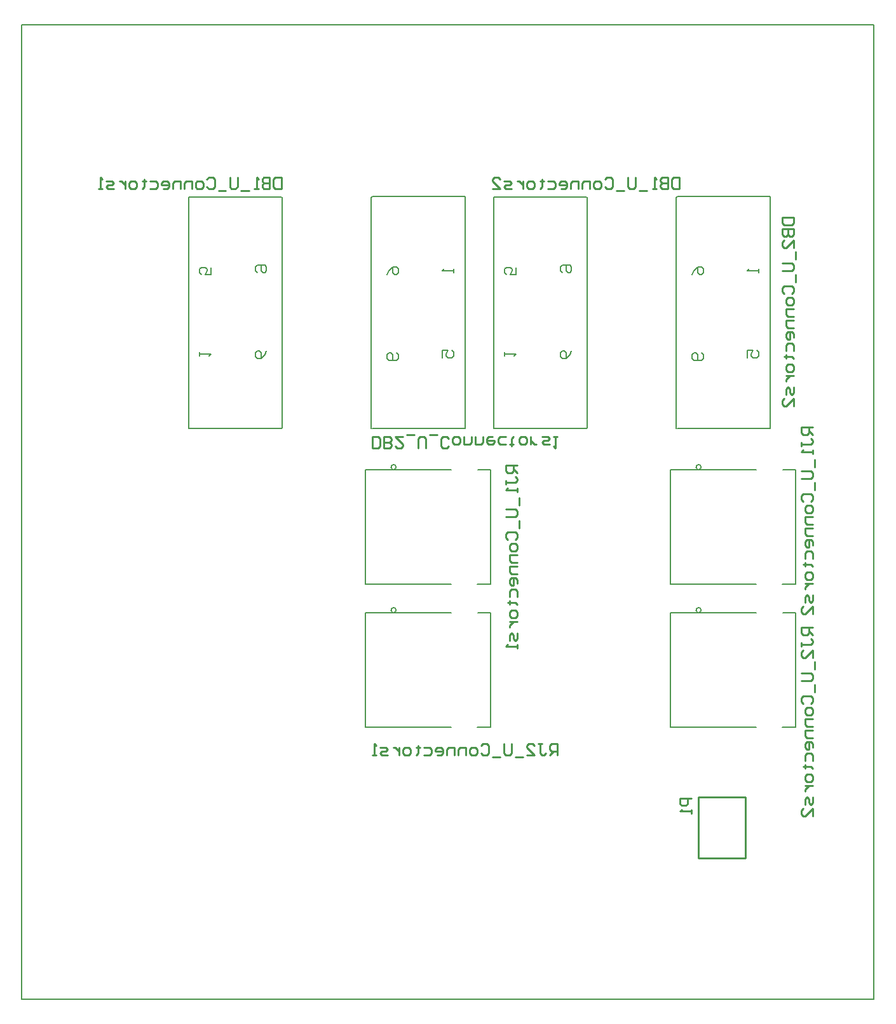
<source format=gbo>
%FSTAX23Y23*%
%MOMM*%
%SFA1B1*%

%IPPOS*%
%ADD14C,0.130000*%
%ADD24C,0.250000*%
%ADD34C,0.150000*%
%ADD35C,0.200000*%
%ADD36C,0.150000*%
%LNbackplane-1*%
%LPD*%
G54D14*
X40639Y205999D02*
Y76199D01*
Y205999D02*
X154179D01*
Y76199*
X40639D02*
X154179D01*
G54D24*
X137059Y95019D02*
Y103099D01*
X130759Y95019D02*
Y103099D01*
Y95019D02*
X137059D01*
X130759Y103099D02*
X137059D01*
X146049Y125729D02*
X144529D01*
Y124969*
X144779Y124709*
X145289*
X145539Y124969*
Y125729*
Y125219D02*
X146049Y124709D01*
X144529Y123189D02*
Y123699D01*
Y123439*
X145799*
X146049Y123699*
Y123949*
X145799Y124209*
X146049Y121669D02*
Y122679D01*
X145029Y121669*
X144779*
X144529Y121919*
Y122429*
X144779Y122679*
X146299Y121159D02*
Y120139D01*
X144529Y119639D02*
X145799D01*
X146049Y119379*
Y118869*
X145799Y118619*
X144529*
X146299Y118109D02*
Y117099D01*
X144779Y115569D02*
X144529Y115829D01*
Y116339*
X144779Y116589*
X145799*
X146049Y116339*
Y115829*
X145799Y115569*
X146049Y114809D02*
Y114299D01*
X145799Y114049*
X145289*
X145029Y114299*
Y114809*
X145289Y115069*
X145799*
X146049Y114809*
Y113539D02*
X145029D01*
Y112779*
X145289Y112529*
X146049*
Y112019D02*
X145029D01*
Y111259*
X145289Y110999*
X146049*
Y109729D02*
Y110239D01*
X145799Y110489*
X145289*
X145029Y110239*
Y109729*
X145289Y109479*
X145539*
Y110489*
X145029Y107959D02*
Y108719D01*
X145289Y108969*
X145799*
X146049Y108719*
Y107959*
X144779Y107189D02*
X145029D01*
Y107449*
Y106939*
Y107189*
X145799*
X146049Y106939*
Y105919D02*
Y105419D01*
X145799Y105159*
X145289*
X145029Y105419*
Y105919*
X145289Y106179*
X145799*
X146049Y105919*
X145029Y104649D02*
X146049D01*
X145539*
X145289Y104399*
X145029Y104149*
Y103889*
X146049Y103129D02*
Y102369D01*
X145799Y102119*
X145539Y102369*
Y102879*
X145289Y103129*
X145029Y102879*
Y102119*
X146049Y100589D02*
Y101609D01*
X145029Y100589*
X144779*
X144529Y100849*
Y101349*
X144779Y101609*
X146049Y152399D02*
X144529D01*
Y151639*
X144779Y151379*
X145289*
X145539Y151639*
Y152399*
Y151889D02*
X146049Y151379D01*
X144529Y149859D02*
Y150369D01*
Y150109*
X145799*
X146049Y150369*
Y150619*
X145799Y150879*
X146049Y149349D02*
Y148849D01*
Y149099*
X144529*
X144779Y149349*
X146299Y148079D02*
Y147069D01*
X144529Y146559D02*
X145799D01*
X146049Y146309*
Y145799*
X145799Y145539*
X144529*
X146299Y145039D02*
Y144019D01*
X144779Y142499D02*
X144529Y142749D01*
Y143259*
X144779Y143509*
X145799*
X146049Y143259*
Y142749*
X145799Y142499*
X146049Y141739D02*
Y141229D01*
X145799Y140969*
X145289*
X145029Y141229*
Y141739*
X145289Y141989*
X145799*
X146049Y141739*
Y140469D02*
X145029D01*
Y139699*
X145289Y139449*
X146049*
Y138939D02*
X145029D01*
Y138179*
X145289Y137929*
X146049*
Y136659D02*
Y137159D01*
X145799Y137419*
X145289*
X145029Y137159*
Y136659*
X145289Y136399*
X145539*
Y137419*
X145029Y134879D02*
Y135639D01*
X145289Y135899*
X145799*
X146049Y135639*
Y134879*
X144779Y134119D02*
X145029D01*
Y134369*
Y133859*
Y134119*
X145799*
X146049Y133859*
Y132849D02*
Y132339D01*
X145799Y132089*
X145289*
X145029Y132339*
Y132849*
X145289Y133099*
X145799*
X146049Y132849*
X145029Y131579D02*
X146049D01*
X145539*
X145289Y131319*
X145029Y131069*
Y130819*
X146049Y130059D02*
Y129289D01*
X145799Y129039*
X145539Y129289*
Y129799*
X145289Y130059*
X145029Y129799*
Y129039*
X146049Y127519D02*
Y128529D01*
X145029Y127519*
X144779*
X144529Y127769*
Y128279*
X144779Y128529*
X141989Y180339D02*
X143509D01*
Y179579*
X143259Y179319*
X142239*
X141989Y179579*
Y180339*
Y178819D02*
X143509D01*
Y178049*
X143259Y177799*
X142999*
X142749Y178049*
Y178819*
Y178049*
X142489Y177799*
X142239*
X141989Y178049*
Y178819*
X143509Y176279D02*
Y177289D01*
X142489Y176279*
X142239*
X141989Y176529*
Y177039*
X142239Y177289*
X143759Y175769D02*
Y174749D01*
X141989Y174249D02*
X143259D01*
X143509Y173989*
Y173479*
X143259Y173229*
X141989*
X143759Y172719D02*
Y171709D01*
X142239Y170179D02*
X141989Y170439D01*
Y170949*
X142239Y171199*
X143259*
X143509Y170949*
Y170439*
X143259Y170179*
X143509Y169419D02*
Y168909D01*
X143259Y168659*
X142749*
X142489Y168909*
Y169419*
X142749Y169679*
X143259*
X143509Y169419*
Y168149D02*
X142489D01*
Y167389*
X142749Y167139*
X143509*
Y166629D02*
X142489D01*
Y165869*
X142749Y165609*
X143509*
Y164339D02*
Y164849D01*
X143259Y165099*
X142749*
X142489Y164849*
Y164339*
X142749Y164089*
X142999*
Y165099*
X142489Y162569D02*
Y163329D01*
X142749Y163579*
X143259*
X143509Y163329*
Y162569*
X142239Y161799D02*
X142489D01*
Y162059*
Y161549*
Y161799*
X143259*
X143509Y161549*
Y160529D02*
Y160029D01*
X143259Y159769*
X142749*
X142489Y160029*
Y160529*
X142749Y160789*
X143259*
X143509Y160529*
X142489Y159259D02*
X143509D01*
X142999*
X142749Y159009*
X142489Y158759*
Y158499*
X143509Y157739D02*
Y156979D01*
X143259Y156729*
X142999Y156979*
Y157489*
X142749Y157739*
X142489Y157489*
Y156729*
X143509Y155199D02*
Y156219D01*
X142489Y155199*
X142239*
X141989Y155459*
Y155959*
X142239Y156219*
X128269Y185669D02*
Y184149D01*
X127509*
X127249Y184399*
Y185419*
X127509Y185669*
X128269*
X126749D02*
Y184149D01*
X125979*
X125729Y184399*
Y184659*
X125979Y184909*
X126749*
X125979*
X125729Y185169*
Y185419*
X125979Y185669*
X126749*
X125219Y184149D02*
X124719D01*
X124969*
Y185669*
X125219Y185419*
X123949Y183899D02*
X122939D01*
X122429Y185669D02*
Y184399D01*
X122179Y184149*
X121669*
X121409Y184399*
Y185669*
X120909Y183899D02*
X119889D01*
X118369Y185419D02*
X118619Y185669D01*
X119129*
X119379Y185419*
Y184399*
X119129Y184149*
X118619*
X118369Y184399*
X117609Y184149D02*
X117099D01*
X116839Y184399*
Y184909*
X117099Y185169*
X117609*
X117859Y184909*
Y184399*
X117609Y184149*
X116339D02*
Y185169D01*
X115569*
X115319Y184909*
Y184149*
X114809D02*
Y185169D01*
X114049*
X113799Y184909*
Y184149*
X112529D02*
X113029D01*
X113289Y184399*
Y184909*
X113029Y185169*
X112529*
X112269Y184909*
Y184659*
X113289*
X110749Y185169D02*
X111509D01*
X111769Y184909*
Y184399*
X111509Y184149*
X110749*
X109989Y185419D02*
Y185169D01*
X110239*
X109729*
X109989*
Y184399*
X109729Y184149*
X108719D02*
X108209D01*
X107959Y184399*
Y184909*
X108209Y185169*
X108719*
X108969Y184909*
Y184399*
X108719Y184149*
X107449Y185169D02*
Y184149D01*
Y184659*
X107189Y184909*
X106939Y185169*
X106689*
X105929Y184149D02*
X105159D01*
X104909Y184399*
X105159Y184659*
X105669*
X105929Y184909*
X105669Y185169*
X104909*
X103389Y184149D02*
X104399D01*
X103389Y185169*
Y185419*
X103639Y185669*
X104149*
X104399Y185419*
X75199Y185689D02*
Y184159D01*
X74429*
X74179Y184419*
Y185429*
X74429Y185689*
X75199*
X73669D02*
Y184159D01*
X72909*
X72659Y184419*
Y184669*
X72909Y184919*
X73669*
X72909*
X72659Y185179*
Y185429*
X72909Y185689*
X73669*
X72149Y184159D02*
X71639D01*
X71899*
Y185689*
X72149Y185429*
X70879Y183909D02*
X69859D01*
X69359Y185689D02*
Y184419D01*
X69099Y184159*
X68589*
X68339Y184419*
Y185689*
X67829Y183909D02*
X66819D01*
X65289Y185429D02*
X65549Y185689D01*
X66059*
X66309Y185429*
Y184419*
X66059Y184159*
X65549*
X65289Y184419*
X64529Y184159D02*
X64019D01*
X63769Y184419*
Y184919*
X64019Y185179*
X64529*
X64789Y184919*
Y184419*
X64529Y184159*
X63259D02*
Y185179D01*
X62499*
X62249Y184919*
Y184159*
X61739D02*
Y185179D01*
X60979*
X60719Y184919*
Y184159*
X59449D02*
X59959D01*
X60219Y184419*
Y184919*
X59959Y185179*
X59449*
X59199Y184919*
Y184669*
X60219*
X57679Y185179D02*
X58439D01*
X58689Y184919*
Y184419*
X58439Y184159*
X57679*
X56909Y185429D02*
Y185179D01*
X57169*
X56659*
X56909*
Y184419*
X56659Y184159*
X55649D02*
X55139D01*
X54879Y184419*
Y184919*
X55139Y185179*
X55649*
X55899Y184919*
Y184419*
X55649Y184159*
X54379Y185179D02*
Y184159D01*
Y184669*
X54119Y184919*
X53869Y185179*
X53609*
X52849Y184159D02*
X52089D01*
X51839Y184419*
X52089Y184669*
X52599*
X52849Y184919*
X52599Y185179*
X51839*
X51329Y184159D02*
X50819D01*
X51069*
Y185689*
X51329Y185429*
X87359Y149589D02*
Y151119D01*
X88129*
X88379Y150859*
Y149849*
X88129Y149589*
X87359*
X88889D02*
Y151119D01*
X89649*
X89899Y150859*
Y150609*
X89649Y150359*
X88889*
X89649*
X89899Y150099*
Y149849*
X89649Y149589*
X88889*
X91429Y151119D02*
X90409D01*
X91429Y150099*
Y149849*
X91169Y149589*
X90659*
X90409Y149849*
X91929Y151369D02*
X92949D01*
X93459Y149589D02*
Y150859D01*
X93709Y151119*
X94219*
X94469Y150859*
Y149589*
X94979Y151369D02*
X95999D01*
X97519Y149849D02*
X97269Y149589D01*
X96759*
X96499Y149849*
Y150859*
X96759Y151119*
X97269*
X97519Y150859*
X98279Y151119D02*
X98789D01*
X99039Y150859*
Y150359*
X98789Y150099*
X98279*
X98029Y150359*
Y150859*
X98279Y151119*
X99549D02*
Y150099D01*
X100309*
X100569Y150359*
Y151119*
X101069D02*
Y150099D01*
X101839*
X102089Y150359*
Y151119*
X103359D02*
X102849D01*
X102599Y150859*
Y150359*
X102849Y150099*
X103359*
X103609Y150359*
Y150609*
X102599*
X105139Y150099D02*
X104379D01*
X104119Y150359*
Y150859*
X104379Y151119*
X105139*
X105899Y149849D02*
Y150099D01*
X105649*
X106149*
X105899*
Y150859*
X106149Y151119*
X107169D02*
X107679D01*
X107929Y150859*
Y150359*
X107679Y150099*
X107169*
X106909Y150359*
Y150859*
X107169Y151119*
X108439Y150099D02*
Y151119D01*
Y150609*
X108689Y150359*
X108949Y150099*
X109199*
X109959Y151119D02*
X110719D01*
X110979Y150859*
X110719Y150609*
X110219*
X109959Y150359*
X110219Y150099*
X110979*
X111489Y151119D02*
X111989D01*
X111739*
Y149589*
X111489Y149849*
X106679Y147319D02*
X105159D01*
Y146559*
X105409Y146299*
X105919*
X106169Y146559*
Y147319*
Y146809D02*
X106679Y146299D01*
X105159Y144779D02*
Y145289D01*
Y145029*
X106429*
X106679Y145289*
Y145539*
X106429Y145799*
X106679Y144269D02*
Y143769D01*
Y144019*
X105159*
X105409Y144269*
X106929Y142999D02*
Y141989D01*
X105159Y141479D02*
X106429D01*
X106679Y141229*
Y140719*
X106429Y140459*
X105159*
X106929Y139959D02*
Y138939D01*
X105409Y137419D02*
X105159Y137669D01*
Y138179*
X105409Y138429*
X106429*
X106679Y138179*
Y137669*
X106429Y137419*
X106679Y136659D02*
Y136149D01*
X106429Y135889*
X105919*
X105659Y136149*
Y136659*
X105919Y136909*
X106429*
X106679Y136659*
Y135389D02*
X105659D01*
Y134619*
X105919Y134369*
X106679*
Y133859D02*
X105659D01*
Y133099*
X105919Y132849*
X106679*
Y131579D02*
Y132079D01*
X106429Y132339*
X105919*
X105659Y132079*
Y131579*
X105919Y131319*
X106169*
Y132339*
X105659Y129799D02*
Y130559D01*
X105919Y130819*
X106429*
X106679Y130559*
Y129799*
X105409Y129039D02*
X105659D01*
Y129289*
Y128779*
Y129039*
X106429*
X106679Y128779*
Y127769D02*
Y127259D01*
X106429Y127009*
X105919*
X105659Y127259*
Y127769*
X105919Y128019*
X106429*
X106679Y127769*
X105659Y126499D02*
X106679D01*
X106169*
X105919Y126239*
X105659Y125989*
Y125739*
X106679Y124979D02*
Y124209D01*
X106429Y123959*
X106169Y124209*
Y124719*
X105919Y124979*
X105659Y124719*
Y123959*
X106679Y123449D02*
Y122939D01*
Y123199*
X105159*
X105409Y123449*
X112009Y108709D02*
Y110239D01*
X111249*
X110999Y109979*
Y109469*
X111249Y109219*
X112009*
X111509D02*
X110999Y108709D01*
X109469Y110239D02*
X109979D01*
X109729*
Y108969*
X109979Y108709*
X110239*
X110489Y108969*
X107949Y108709D02*
X108969D01*
X107949Y109729*
Y109979*
X108209Y110239*
X108709*
X108969Y109979*
X107439Y108459D02*
X106429D01*
X105919Y110239D02*
Y108969D01*
X105669Y108709*
X105159*
X104899Y108969*
Y110239*
X104399Y108459D02*
X103379D01*
X101859Y109979D02*
X102109Y110239D01*
X102619*
X102869Y109979*
Y108969*
X102619Y108709*
X102109*
X101859Y108969*
X101099Y108709D02*
X100589D01*
X100329Y108969*
Y109469*
X100589Y109729*
X101099*
X101349Y109469*
Y108969*
X101099Y108709*
X99829D02*
Y109729D01*
X99059*
X98809Y109469*
Y108709*
X98299D02*
Y109729D01*
X97539*
X97289Y109469*
Y108709*
X96019D02*
X96529D01*
X96779Y108969*
Y109469*
X96529Y109729*
X96019*
X95759Y109469*
Y109219*
X96779*
X94239Y109729D02*
X94999D01*
X95259Y109469*
Y108969*
X94999Y108709*
X94239*
X93479Y109979D02*
Y109729D01*
X93729*
X93219*
X93479*
Y108969*
X93219Y108709*
X92209D02*
X91699D01*
X91449Y108969*
Y109469*
X91699Y109729*
X92209*
X92459Y109469*
Y108969*
X92209Y108709*
X90939Y109729D02*
Y108709D01*
Y109219*
X90679Y109469*
X90429Y109729*
X90179*
X89419Y108709D02*
X88649D01*
X88399Y108969*
X88649Y109219*
X89159*
X89419Y109469*
X89159Y109729*
X88399*
X87889Y108709D02*
X87379D01*
X87639*
Y110239*
X87889Y109979*
X129859Y102979D02*
X128329D01*
Y102219*
X128589Y101969*
X129099*
X129349Y102219*
Y102979*
X129859Y101459D02*
Y100949D01*
Y101209*
X128329*
X128589Y101459*
G54D34*
X131139Y128009D02*
D01*
D01*
G75*
G03X130479I-00330J0D01*
G74*G01*
D01*
G75*
G03X131139I00329J0D01*
G74*G01*
Y147059D02*
D01*
D01*
G75*
G03X130479I-00330J0D01*
G74*G01*
D01*
G75*
G03X131139I00329J0D01*
G74*G01*
X90499Y128009D02*
D01*
D01*
G75*
G03X89839I-00329J0D01*
G74*G01*
D01*
G75*
G03X90499I00329J0D01*
G74*G01*
Y147059D02*
D01*
D01*
G75*
G03X89839I-00329J0D01*
G74*G01*
D01*
G75*
G03X90499I00329J0D01*
G74*G01*
X127049Y127639D02*
X138459D01*
X127049Y127459D02*
Y127639D01*
X142059D02*
X143759D01*
Y112389D02*
Y127639D01*
X141959Y112389D02*
X143759D01*
X127049D02*
X138459D01*
X127049D02*
Y127459D01*
Y127509*
Y146679D02*
X138459D01*
X127049Y146509D02*
Y146679D01*
X142059D02*
X143759D01*
Y131449D02*
Y146679D01*
X141959Y131449D02*
X143759D01*
X127049D02*
X138459D01*
X127049D02*
Y146509D01*
Y146559*
X86409Y127639D02*
X97819D01*
X86409Y127459D02*
Y127639D01*
X101419D02*
X103119D01*
Y112389D02*
Y127639D01*
X101319Y112389D02*
X103119D01*
X86409D02*
X97819D01*
X86409D02*
Y127459D01*
Y127509*
Y146679D02*
X97819D01*
X86409Y146509D02*
Y146679D01*
X101419D02*
X103119D01*
Y131449D02*
Y146679D01*
X101319Y131449D02*
X103119D01*
X86409D02*
X97819D01*
X86409D02*
Y146509D01*
Y146559*
G54D35*
X140359Y152279D02*
Y183079D01*
X127969D02*
X140359D01*
X127839Y182959D02*
X127969Y183079D01*
X127839Y152239D02*
Y182959D01*
X127969Y152219D02*
X140359D01*
X103479Y152199D02*
Y182999D01*
Y152199D02*
X115869D01*
X115999Y152319*
Y183039*
X103479Y183059D02*
X115869D01*
X99719Y152279D02*
Y183079D01*
X87329D02*
X99719D01*
X87199Y182959D02*
X87329Y183079D01*
X87199Y152239D02*
Y182959D01*
X87329Y152219D02*
X99719D01*
X62839Y152199D02*
Y182999D01*
Y152199D02*
X75229D01*
X75359Y152319*
Y183039*
X62839Y183059D02*
X75229D01*
G54D36*
X129949Y172739D02*
X130199Y173239D01*
X130699Y173739*
X131199*
X131449Y173489*
Y172989*
X131199Y172739*
X130949*
X130699Y172989*
Y173739*
X131199Y162309D02*
X131449Y162059D01*
Y161559*
X131199Y161309*
X130199*
X129949Y161559*
Y162059*
X130199Y162309*
X130449*
X130699Y162059*
Y161309*
X137339Y161599D02*
Y162599D01*
X138089*
X137839Y162099*
Y161849*
X138089Y161599*
X138589*
X138839Y161849*
Y162349*
X138589Y162599*
X138839Y173429D02*
Y172929D01*
Y173179*
X137339*
X137589Y173429*
X113889Y162539D02*
X113639Y162039D01*
X113139Y161539*
X112639*
X112389Y161789*
Y162289*
X112639Y162539*
X112889*
X113139Y162289*
Y161539*
X112639Y172969D02*
X112389Y173219D01*
Y173719*
X112639Y173969*
X113639*
X113889Y173719*
Y173219*
X113639Y172969*
X113389*
X113139Y173219*
Y173969*
X106499Y173679D02*
Y172679D01*
X105749*
X105999Y173179*
Y173429*
X105749Y173679*
X105249*
X104999Y173429*
Y172929*
X105249Y172679*
X104999Y161849D02*
Y162349D01*
Y162099*
X106499*
X106249Y161849*
X89309Y172739D02*
X89559Y173239D01*
X90059Y173739*
X90559*
X90809Y173489*
Y172989*
X90559Y172739*
X90309*
X90059Y172989*
Y173739*
X90559Y162309D02*
X90809Y162059D01*
Y161559*
X90559Y161309*
X89559*
X89309Y161559*
Y162059*
X89559Y162309*
X89809*
X90059Y162059*
Y161309*
X96699Y161599D02*
Y162599D01*
X97449*
X97199Y162099*
Y161849*
X97449Y161599*
X97949*
X98189Y161849*
Y162349*
X97949Y162599*
X98189Y173429D02*
Y172929D01*
Y173179*
X96699*
X96949Y173429*
X73249Y162539D02*
X72999Y162039D01*
X72499Y161539*
X71999*
X71749Y161789*
Y162289*
X71999Y162539*
X72249*
X72499Y162289*
Y161539*
X71999Y172969D02*
X71749Y173219D01*
Y173719*
X71999Y173969*
X72999*
X73249Y173719*
Y173219*
X72999Y172969*
X72749*
X72499Y173219*
Y173969*
X65859Y173679D02*
Y172679D01*
X65109*
X65359Y173179*
Y173429*
X65109Y173679*
X64609*
X64359Y173429*
Y172929*
X64609Y172679*
X64359Y161849D02*
Y162349D01*
Y162099*
X65859*
X65609Y161849*
M02*
</source>
